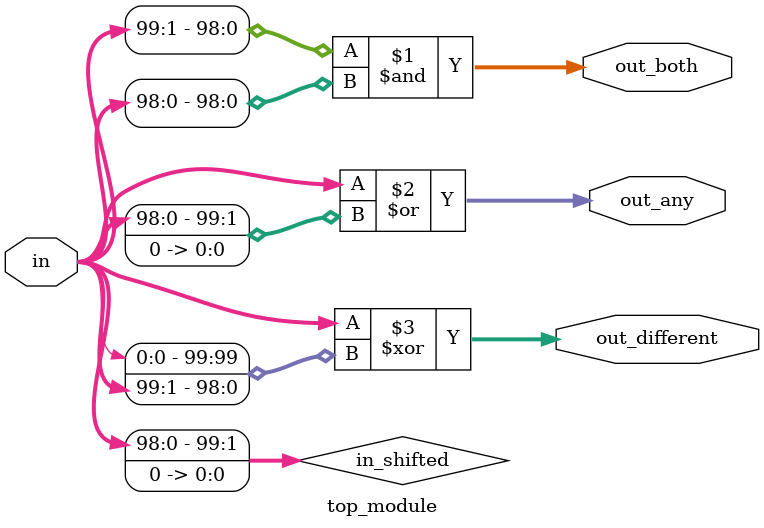
<source format=sv>
module top_module (
    input [99:0] in,
    output [98:0] out_both,
    output [99:0] out_any,
    output [99:0] out_different
);

    wire [99:0] in_shifted;

    // Create the shifted version of the input signal
    assign in_shifted = {in[98:0], 1'b0};

    // Generate the out_both signal (bitwise AND)
    assign out_both = in[99:1] & in_shifted[99:1];

    // Generate the out_any signal (bitwise OR)
    assign out_any = in | in_shifted;

    // Generate the out_different signal (bitwise XOR)
    assign out_different = in ^ {in[0], in[99:1]};

endmodule

</source>
